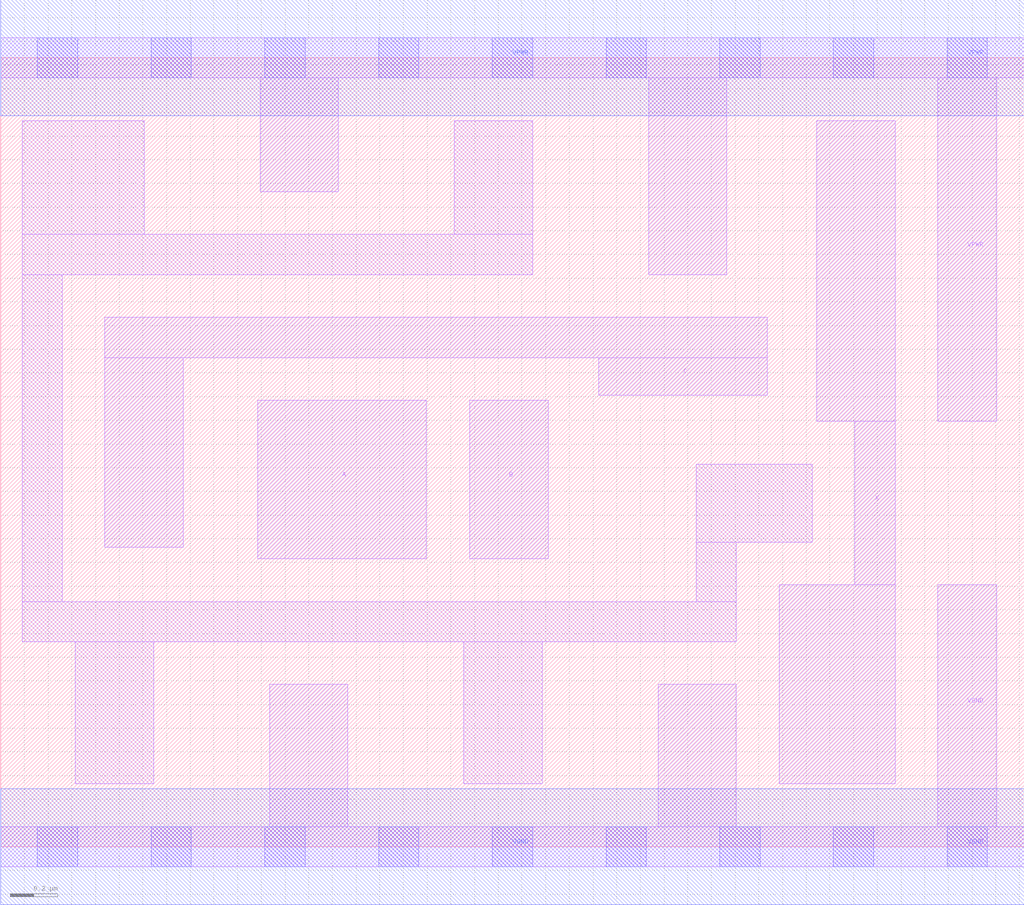
<source format=lef>
# Copyright 2020 The SkyWater PDK Authors
#
# Licensed under the Apache License, Version 2.0 (the "License");
# you may not use this file except in compliance with the License.
# You may obtain a copy of the License at
#
#     https://www.apache.org/licenses/LICENSE-2.0
#
# Unless required by applicable law or agreed to in writing, software
# distributed under the License is distributed on an "AS IS" BASIS,
# WITHOUT WARRANTIES OR CONDITIONS OF ANY KIND, either express or implied.
# See the License for the specific language governing permissions and
# limitations under the License.
#
# SPDX-License-Identifier: Apache-2.0

VERSION 5.7 ;
  NAMESCASESENSITIVE ON ;
  NOWIREEXTENSIONATPIN ON ;
  DIVIDERCHAR "/" ;
  BUSBITCHARS "[]" ;
UNITS
  DATABASE MICRONS 200 ;
END UNITS
MACRO sky130_fd_sc_lp__maj3_2
  CLASS CORE ;
  SOURCE USER ;
  FOREIGN sky130_fd_sc_lp__maj3_2 ;
  ORIGIN  0.000000  0.000000 ;
  SIZE  4.320000 BY  3.330000 ;
  SYMMETRY X Y R90 ;
  SITE unit ;
  PIN A
    ANTENNAGATEAREA  0.318000 ;
    DIRECTION INPUT ;
    USE SIGNAL ;
    PORT
      LAYER li1 ;
        RECT 1.085000 1.215000 1.795000 1.885000 ;
    END
  END A
  PIN B
    ANTENNAGATEAREA  0.318000 ;
    DIRECTION INPUT ;
    USE SIGNAL ;
    PORT
      LAYER li1 ;
        RECT 1.980000 1.215000 2.310000 1.885000 ;
    END
  END B
  PIN C
    ANTENNAGATEAREA  0.318000 ;
    DIRECTION INPUT ;
    USE SIGNAL ;
    PORT
      LAYER li1 ;
        RECT 0.440000 1.265000 0.770000 2.065000 ;
        RECT 0.440000 2.065000 3.235000 2.235000 ;
        RECT 2.525000 1.905000 3.235000 2.065000 ;
    END
  END C
  PIN X
    ANTENNADIFFAREA  0.588000 ;
    DIRECTION OUTPUT ;
    USE SIGNAL ;
    PORT
      LAYER li1 ;
        RECT 3.285000 0.265000 3.775000 1.105000 ;
        RECT 3.445000 1.795000 3.775000 3.065000 ;
        RECT 3.605000 1.105000 3.775000 1.795000 ;
    END
  END X
  PIN VGND
    DIRECTION INOUT ;
    USE GROUND ;
    PORT
      LAYER li1 ;
        RECT 0.000000 -0.085000 4.320000 0.085000 ;
        RECT 1.135000  0.085000 1.465000 0.685000 ;
        RECT 2.775000  0.085000 3.105000 0.685000 ;
        RECT 3.955000  0.085000 4.205000 1.105000 ;
      LAYER mcon ;
        RECT 0.155000 -0.085000 0.325000 0.085000 ;
        RECT 0.635000 -0.085000 0.805000 0.085000 ;
        RECT 1.115000 -0.085000 1.285000 0.085000 ;
        RECT 1.595000 -0.085000 1.765000 0.085000 ;
        RECT 2.075000 -0.085000 2.245000 0.085000 ;
        RECT 2.555000 -0.085000 2.725000 0.085000 ;
        RECT 3.035000 -0.085000 3.205000 0.085000 ;
        RECT 3.515000 -0.085000 3.685000 0.085000 ;
        RECT 3.995000 -0.085000 4.165000 0.085000 ;
      LAYER met1 ;
        RECT 0.000000 -0.245000 4.320000 0.245000 ;
    END
  END VGND
  PIN VPWR
    DIRECTION INOUT ;
    USE POWER ;
    PORT
      LAYER li1 ;
        RECT 0.000000 3.245000 4.320000 3.415000 ;
        RECT 1.095000 2.765000 1.425000 3.245000 ;
        RECT 2.735000 2.415000 3.065000 3.245000 ;
        RECT 3.955000 1.795000 4.205000 3.245000 ;
      LAYER mcon ;
        RECT 0.155000 3.245000 0.325000 3.415000 ;
        RECT 0.635000 3.245000 0.805000 3.415000 ;
        RECT 1.115000 3.245000 1.285000 3.415000 ;
        RECT 1.595000 3.245000 1.765000 3.415000 ;
        RECT 2.075000 3.245000 2.245000 3.415000 ;
        RECT 2.555000 3.245000 2.725000 3.415000 ;
        RECT 3.035000 3.245000 3.205000 3.415000 ;
        RECT 3.515000 3.245000 3.685000 3.415000 ;
        RECT 3.995000 3.245000 4.165000 3.415000 ;
      LAYER met1 ;
        RECT 0.000000 3.085000 4.320000 3.575000 ;
    END
  END VPWR
  OBS
    LAYER li1 ;
      RECT 0.090000 0.865000 3.105000 1.035000 ;
      RECT 0.090000 1.035000 0.260000 2.415000 ;
      RECT 0.090000 2.415000 2.245000 2.585000 ;
      RECT 0.090000 2.585000 0.605000 3.065000 ;
      RECT 0.315000 0.265000 0.645000 0.865000 ;
      RECT 1.915000 2.585000 2.245000 3.065000 ;
      RECT 1.955000 0.265000 2.285000 0.865000 ;
      RECT 2.935000 1.035000 3.105000 1.285000 ;
      RECT 2.935000 1.285000 3.425000 1.615000 ;
  END
END sky130_fd_sc_lp__maj3_2

</source>
